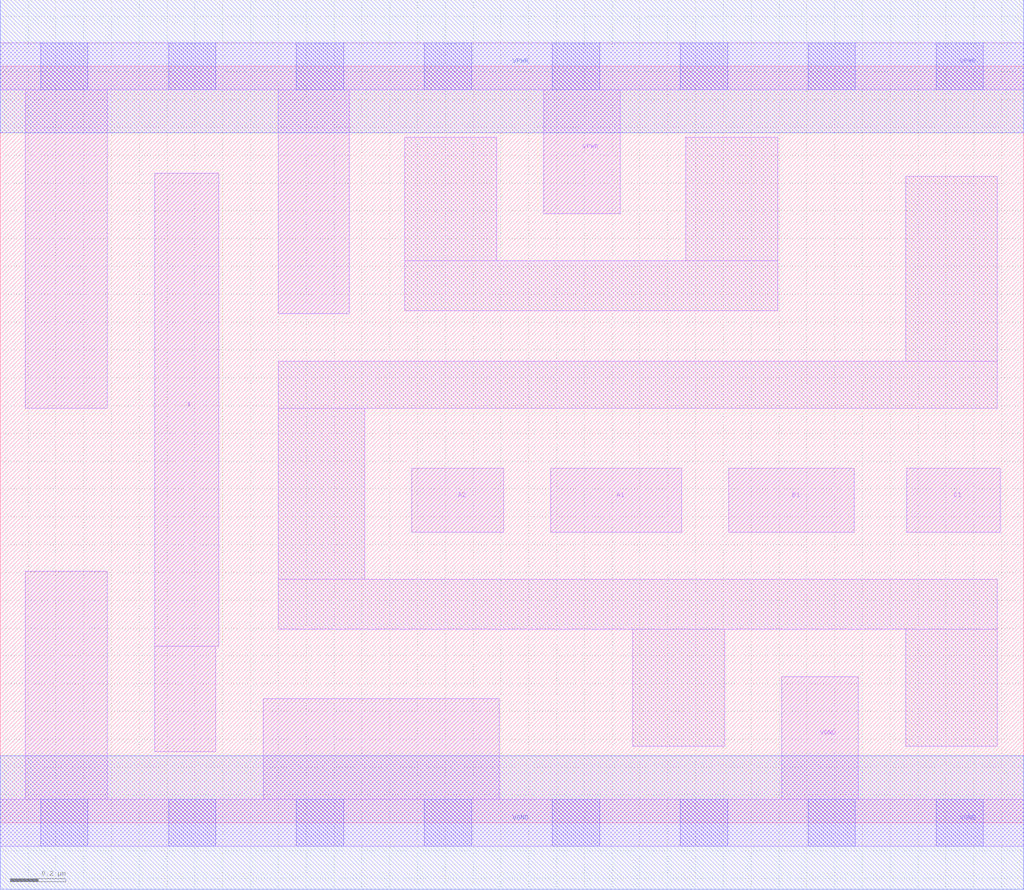
<source format=lef>
# Copyright 2020 The SkyWater PDK Authors
#
# Licensed under the Apache License, Version 2.0 (the "License");
# you may not use this file except in compliance with the License.
# You may obtain a copy of the License at
#
#     https://www.apache.org/licenses/LICENSE-2.0
#
# Unless required by applicable law or agreed to in writing, software
# distributed under the License is distributed on an "AS IS" BASIS,
# WITHOUT WARRANTIES OR CONDITIONS OF ANY KIND, either express or implied.
# See the License for the specific language governing permissions and
# limitations under the License.
#
# SPDX-License-Identifier: Apache-2.0

VERSION 5.7 ;
  NAMESCASESENSITIVE ON ;
  NOWIREEXTENSIONATPIN ON ;
  DIVIDERCHAR "/" ;
  BUSBITCHARS "[]" ;
UNITS
  DATABASE MICRONS 200 ;
END UNITS
MACRO sky130_fd_sc_hd__a211o_2
  CLASS CORE ;
  SOURCE USER ;
  FOREIGN sky130_fd_sc_hd__a211o_2 ;
  ORIGIN  0.000000  0.000000 ;
  SIZE  3.680000 BY  2.720000 ;
  SYMMETRY X Y R90 ;
  SITE unithd ;
  PIN A1
    ANTENNAGATEAREA  0.247500 ;
    DIRECTION INPUT ;
    USE SIGNAL ;
    PORT
      LAYER li1 ;
        RECT 1.980000 1.045000 2.450000 1.275000 ;
    END
  END A1
  PIN A2
    ANTENNAGATEAREA  0.247500 ;
    DIRECTION INPUT ;
    USE SIGNAL ;
    PORT
      LAYER li1 ;
        RECT 1.480000 1.045000 1.810000 1.275000 ;
    END
  END A2
  PIN B1
    ANTENNAGATEAREA  0.247500 ;
    DIRECTION INPUT ;
    USE SIGNAL ;
    PORT
      LAYER li1 ;
        RECT 2.620000 1.045000 3.070000 1.275000 ;
    END
  END B1
  PIN C1
    ANTENNAGATEAREA  0.247500 ;
    DIRECTION INPUT ;
    USE SIGNAL ;
    PORT
      LAYER li1 ;
        RECT 3.260000 1.045000 3.595000 1.275000 ;
    END
  END C1
  PIN X
    ANTENNADIFFAREA  0.452000 ;
    DIRECTION OUTPUT ;
    USE SIGNAL ;
    PORT
      LAYER li1 ;
        RECT 0.555000 0.255000 0.775000 0.635000 ;
        RECT 0.555000 0.635000 0.785000 2.335000 ;
    END
  END X
  PIN VGND
    DIRECTION INOUT ;
    SHAPE ABUTMENT ;
    USE GROUND ;
    PORT
      LAYER li1 ;
        RECT 0.000000 -0.085000 3.680000 0.085000 ;
        RECT 0.090000  0.085000 0.385000 0.905000 ;
        RECT 0.945000  0.085000 1.795000 0.445000 ;
        RECT 2.810000  0.085000 3.085000 0.525000 ;
      LAYER mcon ;
        RECT 0.145000 -0.085000 0.315000 0.085000 ;
        RECT 0.605000 -0.085000 0.775000 0.085000 ;
        RECT 1.065000 -0.085000 1.235000 0.085000 ;
        RECT 1.525000 -0.085000 1.695000 0.085000 ;
        RECT 1.985000 -0.085000 2.155000 0.085000 ;
        RECT 2.445000 -0.085000 2.615000 0.085000 ;
        RECT 2.905000 -0.085000 3.075000 0.085000 ;
        RECT 3.365000 -0.085000 3.535000 0.085000 ;
      LAYER met1 ;
        RECT 0.000000 -0.240000 3.680000 0.240000 ;
    END
  END VGND
  PIN VPWR
    DIRECTION INOUT ;
    SHAPE ABUTMENT ;
    USE POWER ;
    PORT
      LAYER li1 ;
        RECT 0.000000 2.635000 3.680000 2.805000 ;
        RECT 0.090000 1.490000 0.385000 2.635000 ;
        RECT 1.000000 1.830000 1.255000 2.635000 ;
        RECT 1.955000 2.190000 2.230000 2.635000 ;
      LAYER mcon ;
        RECT 0.145000 2.635000 0.315000 2.805000 ;
        RECT 0.605000 2.635000 0.775000 2.805000 ;
        RECT 1.065000 2.635000 1.235000 2.805000 ;
        RECT 1.525000 2.635000 1.695000 2.805000 ;
        RECT 1.985000 2.635000 2.155000 2.805000 ;
        RECT 2.445000 2.635000 2.615000 2.805000 ;
        RECT 2.905000 2.635000 3.075000 2.805000 ;
        RECT 3.365000 2.635000 3.535000 2.805000 ;
      LAYER met1 ;
        RECT 0.000000 2.480000 3.680000 2.960000 ;
    END
  END VPWR
  OBS
    LAYER li1 ;
      RECT 1.000000 0.695000 3.585000 0.875000 ;
      RECT 1.000000 0.875000 1.310000 1.490000 ;
      RECT 1.000000 1.490000 3.585000 1.660000 ;
      RECT 1.455000 1.840000 2.795000 2.020000 ;
      RECT 1.455000 2.020000 1.785000 2.465000 ;
      RECT 2.275000 0.275000 2.605000 0.695000 ;
      RECT 2.465000 2.020000 2.795000 2.465000 ;
      RECT 3.255000 0.275000 3.585000 0.695000 ;
      RECT 3.255000 1.660000 3.585000 2.325000 ;
  END
END sky130_fd_sc_hd__a211o_2

</source>
